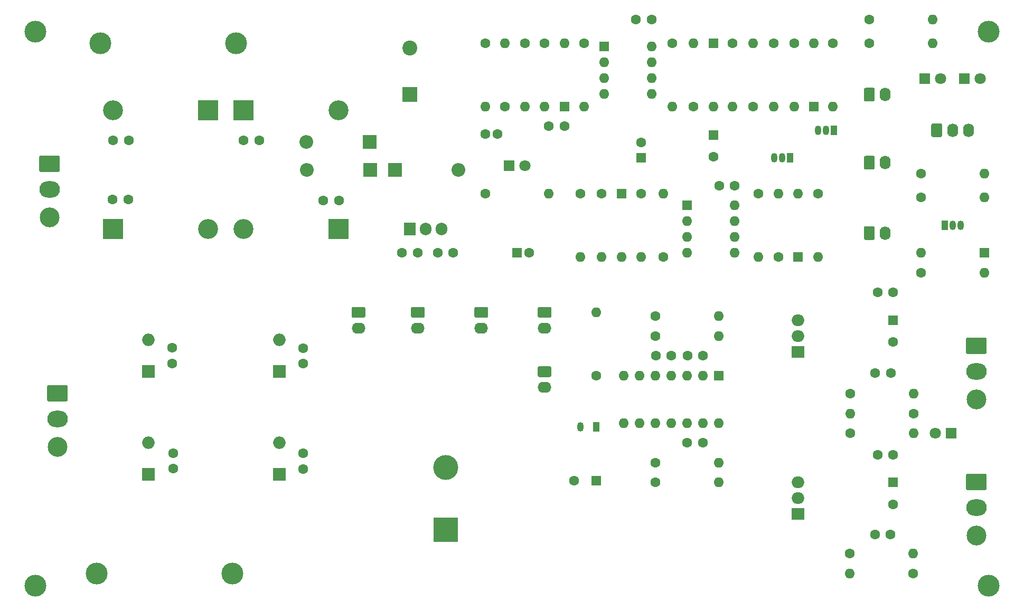
<source format=gbr>
G04 #@! TF.GenerationSoftware,KiCad,Pcbnew,(5.1.9)-1*
G04 #@! TF.CreationDate,2021-04-20T22:24:23+02:00*
G04 #@! TF.ProjectId,12V_6V3_Delay,3132565f-3656-4335-9f44-656c61792e6b,rev?*
G04 #@! TF.SameCoordinates,Original*
G04 #@! TF.FileFunction,Soldermask,Top*
G04 #@! TF.FilePolarity,Negative*
%FSLAX46Y46*%
G04 Gerber Fmt 4.6, Leading zero omitted, Abs format (unit mm)*
G04 Created by KiCad (PCBNEW (5.1.9)-1) date 2021-04-20 22:24:23*
%MOMM*%
%LPD*%
G01*
G04 APERTURE LIST*
%ADD10C,3.500000*%
%ADD11C,1.600000*%
%ADD12R,1.600000X1.600000*%
%ADD13C,2.400000*%
%ADD14R,2.400000X2.400000*%
%ADD15O,1.600000X1.600000*%
%ADD16R,1.050000X1.500000*%
%ADD17O,1.050000X1.500000*%
%ADD18O,1.740000X2.190000*%
%ADD19C,4.000000*%
%ADD20R,4.000000X4.000000*%
%ADD21O,1.905000X2.000000*%
%ADD22R,1.905000X2.000000*%
%ADD23C,3.180000*%
%ADD24O,3.300000X2.640000*%
%ADD25O,2.190000X1.740000*%
%ADD26C,3.500120*%
%ADD27C,1.800000*%
%ADD28R,1.800000X1.800000*%
%ADD29O,3.200000X3.200000*%
%ADD30R,3.200000X3.200000*%
%ADD31O,2.000000X2.000000*%
%ADD32R,2.000000X2.000000*%
%ADD33O,2.200000X2.200000*%
%ADD34R,2.200000X2.200000*%
%ADD35O,2.200000X1.740000*%
%ADD36O,2.000000X1.905000*%
%ADD37R,2.000000X1.905000*%
G04 APERTURE END LIST*
D10*
X58053000Y-132118000D03*
X210913000Y-132118000D03*
X210913000Y-43218000D03*
X58053000Y-43218000D03*
D11*
X166751000Y-63317000D03*
D12*
X166751000Y-59817000D03*
D11*
X155194000Y-61000000D03*
D12*
X155194000Y-63500000D03*
D11*
X132175000Y-59690000D03*
X130175000Y-59690000D03*
X195580000Y-119070000D03*
D12*
X195580000Y-115570000D03*
D11*
X195580000Y-93035000D03*
D12*
X195580000Y-89535000D03*
D11*
X144455000Y-115316000D03*
D12*
X147955000Y-115316000D03*
D11*
X137255000Y-78740000D03*
D12*
X135255000Y-78740000D03*
D13*
X118110000Y-45840000D03*
D14*
X118110000Y-53340000D03*
D15*
X210185000Y-81915000D03*
D11*
X200025000Y-81915000D03*
D15*
X167640000Y-106045000D03*
X152400000Y-98425000D03*
X165100000Y-106045000D03*
X154940000Y-98425000D03*
X162560000Y-106045000D03*
X157480000Y-98425000D03*
X160020000Y-106045000D03*
X160020000Y-98425000D03*
X157480000Y-106045000D03*
X162560000Y-98425000D03*
X154940000Y-106045000D03*
X165100000Y-98425000D03*
X152400000Y-106045000D03*
D12*
X167640000Y-98425000D03*
D15*
X210185000Y-69850000D03*
D11*
X200025000Y-69850000D03*
D15*
X210185000Y-66040000D03*
D11*
X200025000Y-66040000D03*
D15*
X177165000Y-69215000D03*
D11*
X177165000Y-79375000D03*
D16*
X203835000Y-74295000D03*
D17*
X206375000Y-74295000D03*
X205105000Y-74295000D03*
D18*
X207645000Y-59055000D03*
X205105000Y-59055000D03*
G36*
G01*
X201695000Y-59900001D02*
X201695000Y-58209999D01*
G75*
G02*
X201944999Y-57960000I249999J0D01*
G01*
X203185001Y-57960000D01*
G75*
G02*
X203435000Y-58209999I0J-249999D01*
G01*
X203435000Y-59900001D01*
G75*
G02*
X203185001Y-60150000I-249999J0D01*
G01*
X201944999Y-60150000D01*
G75*
G02*
X201695000Y-59900001I0J249999D01*
G01*
G37*
D15*
X200025000Y-78740000D03*
D12*
X210185000Y-78740000D03*
D19*
X123825000Y-113190000D03*
D20*
X123825000Y-123190000D03*
D15*
X145415000Y-79375000D03*
D11*
X145415000Y-69215000D03*
D15*
X156845000Y-45593000D03*
X149225000Y-53213000D03*
X156845000Y-48133000D03*
X149225000Y-50673000D03*
X156845000Y-50673000D03*
X149225000Y-48133000D03*
X156845000Y-53213000D03*
D12*
X149225000Y-45593000D03*
D11*
X154345000Y-41275000D03*
X156845000Y-41275000D03*
X195199000Y-98044000D03*
X192699000Y-98044000D03*
D15*
X170180000Y-71120000D03*
X162560000Y-78740000D03*
X170180000Y-73660000D03*
X162560000Y-76200000D03*
X170180000Y-76200000D03*
X162560000Y-73660000D03*
X170180000Y-78740000D03*
D12*
X162560000Y-71120000D03*
D21*
X123190000Y-74930000D03*
X120650000Y-74930000D03*
D22*
X118110000Y-74930000D03*
D15*
X201930000Y-41275000D03*
D11*
X191770000Y-41275000D03*
D15*
X201930000Y-45085000D03*
D11*
X191770000Y-45085000D03*
D15*
X185928000Y-55245000D03*
D11*
X185928000Y-45085000D03*
D15*
X183515000Y-79375000D03*
D11*
X183515000Y-69215000D03*
D15*
X179705000Y-55245000D03*
D11*
X179705000Y-45085000D03*
D15*
X173990000Y-79375000D03*
D11*
X173990000Y-69215000D03*
D15*
X176403000Y-55245000D03*
D11*
X176403000Y-45085000D03*
D15*
X158750000Y-69215000D03*
D11*
X158750000Y-79375000D03*
D15*
X173101000Y-45085000D03*
D11*
X173101000Y-55245000D03*
D16*
X186055000Y-59055000D03*
D17*
X183515000Y-59055000D03*
X184785000Y-59055000D03*
D16*
X179070000Y-63500000D03*
D17*
X176530000Y-63500000D03*
X177800000Y-63500000D03*
D18*
X194310000Y-53340000D03*
G36*
G01*
X190900000Y-54185001D02*
X190900000Y-52494999D01*
G75*
G02*
X191149999Y-52245000I249999J0D01*
G01*
X192390001Y-52245000D01*
G75*
G02*
X192640000Y-52494999I0J-249999D01*
G01*
X192640000Y-54185001D01*
G75*
G02*
X192390001Y-54435000I-249999J0D01*
G01*
X191149999Y-54435000D01*
G75*
G02*
X190900000Y-54185001I0J249999D01*
G01*
G37*
X194310000Y-75565000D03*
G36*
G01*
X190900000Y-76410001D02*
X190900000Y-74719999D01*
G75*
G02*
X191149999Y-74470000I249999J0D01*
G01*
X192390001Y-74470000D01*
G75*
G02*
X192640000Y-74719999I0J-249999D01*
G01*
X192640000Y-76410001D01*
G75*
G02*
X192390001Y-76660000I-249999J0D01*
G01*
X191149999Y-76660000D01*
G75*
G02*
X190900000Y-76410001I0J249999D01*
G01*
G37*
X194310000Y-64262000D03*
G36*
G01*
X190900000Y-65107001D02*
X190900000Y-63416999D01*
G75*
G02*
X191149999Y-63167000I249999J0D01*
G01*
X192390001Y-63167000D01*
G75*
G02*
X192640000Y-63416999I0J-249999D01*
G01*
X192640000Y-65107001D01*
G75*
G02*
X192390001Y-65357000I-249999J0D01*
G01*
X191149999Y-65357000D01*
G75*
G02*
X190900000Y-65107001I0J249999D01*
G01*
G37*
D23*
X208915000Y-102230000D03*
D24*
X208915000Y-97790000D03*
G36*
G01*
X207265000Y-94720000D02*
X207265000Y-92580000D01*
G75*
G02*
X207515000Y-92330000I250000J0D01*
G01*
X210315000Y-92330000D01*
G75*
G02*
X210565000Y-92580000I0J-250000D01*
G01*
X210565000Y-94720000D01*
G75*
G02*
X210315000Y-94970000I-250000J0D01*
G01*
X207515000Y-94970000D01*
G75*
G02*
X207265000Y-94720000I0J250000D01*
G01*
G37*
D23*
X208915000Y-124074000D03*
D24*
X208915000Y-119634000D03*
G36*
G01*
X207265000Y-116564000D02*
X207265000Y-114424000D01*
G75*
G02*
X207515000Y-114174000I250000J0D01*
G01*
X210315000Y-114174000D01*
G75*
G02*
X210565000Y-114424000I0J-250000D01*
G01*
X210565000Y-116564000D01*
G75*
G02*
X210315000Y-116814000I-250000J0D01*
G01*
X207515000Y-116814000D01*
G75*
G02*
X207265000Y-116564000I0J250000D01*
G01*
G37*
D25*
X139700000Y-90805000D03*
G36*
G01*
X138854999Y-87395000D02*
X140545001Y-87395000D01*
G75*
G02*
X140795000Y-87644999I0J-249999D01*
G01*
X140795000Y-88885001D01*
G75*
G02*
X140545001Y-89135000I-249999J0D01*
G01*
X138854999Y-89135000D01*
G75*
G02*
X138605000Y-88885001I0J249999D01*
G01*
X138605000Y-87644999D01*
G75*
G02*
X138854999Y-87395000I249999J0D01*
G01*
G37*
X139700000Y-100330000D03*
G36*
G01*
X138854999Y-96920000D02*
X140545001Y-96920000D01*
G75*
G02*
X140795000Y-97169999I0J-249999D01*
G01*
X140795000Y-98410001D01*
G75*
G02*
X140545001Y-98660000I-249999J0D01*
G01*
X138854999Y-98660000D01*
G75*
G02*
X138605000Y-98410001I0J249999D01*
G01*
X138605000Y-97169999D01*
G75*
G02*
X138854999Y-96920000I249999J0D01*
G01*
G37*
X129540000Y-90805000D03*
G36*
G01*
X128694999Y-87395000D02*
X130385001Y-87395000D01*
G75*
G02*
X130635000Y-87644999I0J-249999D01*
G01*
X130635000Y-88885001D01*
G75*
G02*
X130385001Y-89135000I-249999J0D01*
G01*
X128694999Y-89135000D01*
G75*
G02*
X128445000Y-88885001I0J249999D01*
G01*
X128445000Y-87644999D01*
G75*
G02*
X128694999Y-87395000I249999J0D01*
G01*
G37*
D26*
X67856100Y-130175000D03*
X89623900Y-130175000D03*
D27*
X209550000Y-50800000D03*
D28*
X207010000Y-50800000D03*
D27*
X203200000Y-50800000D03*
D28*
X200660000Y-50800000D03*
D15*
X182880000Y-45085000D03*
D12*
X182880000Y-55245000D03*
D15*
X180340000Y-69215000D03*
D12*
X180340000Y-79375000D03*
D15*
X166751000Y-55245000D03*
D12*
X166751000Y-45085000D03*
D15*
X152019000Y-79375000D03*
D12*
X152019000Y-69215000D03*
D15*
X142875000Y-45085000D03*
D12*
X142875000Y-55245000D03*
D27*
X202311000Y-107696000D03*
D28*
X204851000Y-107696000D03*
D16*
X147955000Y-106680000D03*
D17*
X145415000Y-106680000D03*
D29*
X70485000Y-55880000D03*
D30*
X85725000Y-55880000D03*
D29*
X106680000Y-55880000D03*
D30*
X91440000Y-55880000D03*
D29*
X85725000Y-74930000D03*
D30*
X70485000Y-74930000D03*
D31*
X97155000Y-109220000D03*
D32*
X97155000Y-114300000D03*
D31*
X76200000Y-92710000D03*
D32*
X76200000Y-97790000D03*
D31*
X97155000Y-92710000D03*
D32*
X97155000Y-97790000D03*
D33*
X101600000Y-65405000D03*
D34*
X111760000Y-65405000D03*
D33*
X101473000Y-60960000D03*
D34*
X111633000Y-60960000D03*
D33*
X125857000Y-65405000D03*
D34*
X115697000Y-65405000D03*
D29*
X91440000Y-74930000D03*
D30*
X106680000Y-74930000D03*
D11*
X140375000Y-58420000D03*
X142875000Y-58420000D03*
X167680000Y-67945000D03*
X170180000Y-67945000D03*
X195580000Y-111125000D03*
X193080000Y-111125000D03*
X195580000Y-85090000D03*
X193080000Y-85090000D03*
X195159000Y-123952000D03*
X192659000Y-123952000D03*
X70548500Y-60642500D03*
X73048500Y-60642500D03*
X91440000Y-60642500D03*
X93940000Y-60642500D03*
X70461500Y-70167500D03*
X72961500Y-70167500D03*
X122555000Y-78740000D03*
X125055000Y-78740000D03*
D15*
X155194000Y-79375000D03*
D11*
X155194000Y-69215000D03*
D27*
X136525000Y-64770000D03*
D28*
X133985000Y-64770000D03*
D15*
X169799000Y-55245000D03*
D11*
X169799000Y-45085000D03*
D26*
X90258900Y-45085000D03*
X68491100Y-45085000D03*
D15*
X148844000Y-79375000D03*
D11*
X148844000Y-69215000D03*
D15*
X163576000Y-45085000D03*
D11*
X163576000Y-55245000D03*
D15*
X160147000Y-55245000D03*
D11*
X160147000Y-45085000D03*
D15*
X139700000Y-55245000D03*
D11*
X139700000Y-45085000D03*
D15*
X136525000Y-55245000D03*
D11*
X136525000Y-45085000D03*
D15*
X133350000Y-45085000D03*
D11*
X133350000Y-55245000D03*
D15*
X130175000Y-55245000D03*
D11*
X130175000Y-45085000D03*
D15*
X146050000Y-55245000D03*
D11*
X146050000Y-45085000D03*
D15*
X198882000Y-107696000D03*
D11*
X188722000Y-107696000D03*
D15*
X188595000Y-130175000D03*
D11*
X198755000Y-130175000D03*
D35*
X109855000Y-90805000D03*
G36*
G01*
X109004999Y-87395000D02*
X110705001Y-87395000D01*
G75*
G02*
X110955000Y-87644999I0J-249999D01*
G01*
X110955000Y-88885001D01*
G75*
G02*
X110705001Y-89135000I-249999J0D01*
G01*
X109004999Y-89135000D01*
G75*
G02*
X108755000Y-88885001I0J249999D01*
G01*
X108755000Y-87644999D01*
G75*
G02*
X109004999Y-87395000I249999J0D01*
G01*
G37*
D31*
X76200000Y-109220000D03*
D32*
X76200000Y-114300000D03*
D11*
X165060000Y-109220000D03*
X162560000Y-109220000D03*
X165100000Y-95250000D03*
X162600000Y-95250000D03*
X160020000Y-95250000D03*
X157520000Y-95250000D03*
D36*
X180340000Y-115570000D03*
X180340000Y-118110000D03*
D37*
X180340000Y-120650000D03*
D36*
X180340000Y-89535000D03*
X180340000Y-92075000D03*
D37*
X180340000Y-94615000D03*
D15*
X198755000Y-127000000D03*
D11*
X188595000Y-127000000D03*
D15*
X188722000Y-104521000D03*
D11*
X198882000Y-104521000D03*
D15*
X198882000Y-101346000D03*
D11*
X188722000Y-101346000D03*
D15*
X167640000Y-115570000D03*
D11*
X157480000Y-115570000D03*
D15*
X167640000Y-88900000D03*
D11*
X157480000Y-88900000D03*
D15*
X167640000Y-112395000D03*
D11*
X157480000Y-112395000D03*
D15*
X167640000Y-92075000D03*
D11*
X157480000Y-92075000D03*
D15*
X140335000Y-69215000D03*
D11*
X130175000Y-69215000D03*
D15*
X147955000Y-88265000D03*
D11*
X147955000Y-98425000D03*
D23*
X61595000Y-109850000D03*
D24*
X61595000Y-105410000D03*
G36*
G01*
X59945000Y-102340000D02*
X59945000Y-100200000D01*
G75*
G02*
X60195000Y-99950000I250000J0D01*
G01*
X62995000Y-99950000D01*
G75*
G02*
X63245000Y-100200000I0J-250000D01*
G01*
X63245000Y-102340000D01*
G75*
G02*
X62995000Y-102590000I-250000J0D01*
G01*
X60195000Y-102590000D01*
G75*
G02*
X59945000Y-102340000I0J250000D01*
G01*
G37*
D35*
X119380000Y-90805000D03*
G36*
G01*
X118529999Y-87395000D02*
X120230001Y-87395000D01*
G75*
G02*
X120480000Y-87644999I0J-249999D01*
G01*
X120480000Y-88885001D01*
G75*
G02*
X120230001Y-89135000I-249999J0D01*
G01*
X118529999Y-89135000D01*
G75*
G02*
X118280000Y-88885001I0J249999D01*
G01*
X118280000Y-87644999D01*
G75*
G02*
X118529999Y-87395000I249999J0D01*
G01*
G37*
D23*
X60325000Y-73020000D03*
D24*
X60325000Y-68580000D03*
G36*
G01*
X58675000Y-65510000D02*
X58675000Y-63370000D01*
G75*
G02*
X58925000Y-63120000I250000J0D01*
G01*
X61725000Y-63120000D01*
G75*
G02*
X61975000Y-63370000I0J-250000D01*
G01*
X61975000Y-65510000D01*
G75*
G02*
X61725000Y-65760000I-250000J0D01*
G01*
X58925000Y-65760000D01*
G75*
G02*
X58675000Y-65510000I0J250000D01*
G01*
G37*
D11*
X80137000Y-110871000D03*
X80137000Y-113371000D03*
X100965000Y-113411000D03*
X100965000Y-110911000D03*
X104243500Y-70358000D03*
X106743500Y-70358000D03*
X80010000Y-96480000D03*
X80010000Y-93980000D03*
X100965000Y-94020000D03*
X100965000Y-96520000D03*
X119340000Y-78740000D03*
X116840000Y-78740000D03*
M02*

</source>
